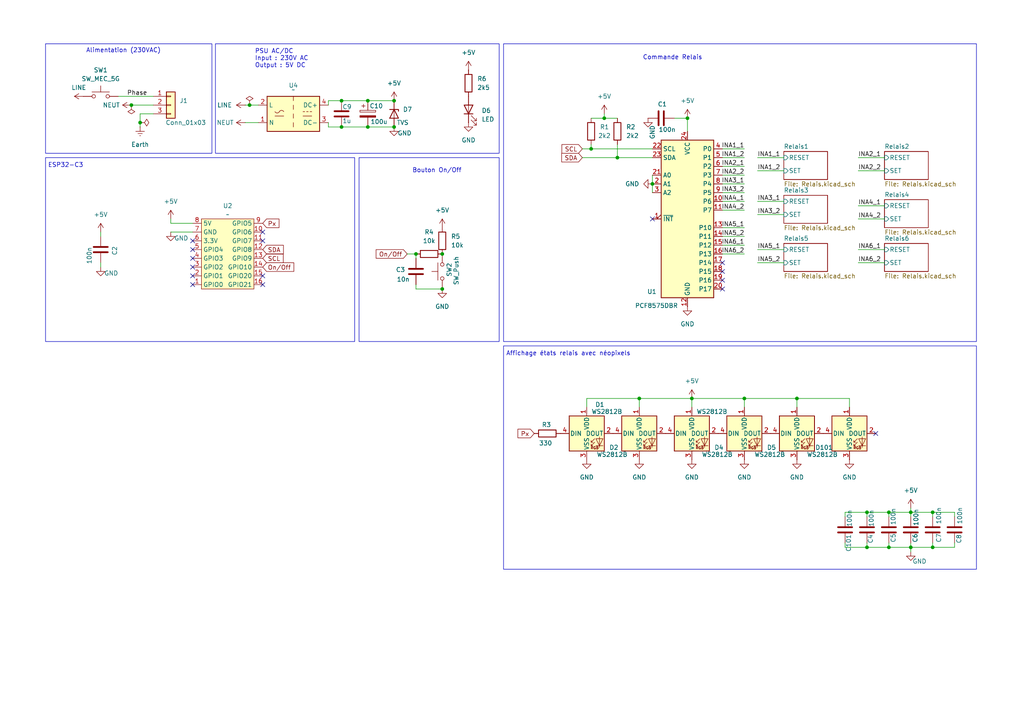
<source format=kicad_sch>
(kicad_sch (version 20250114) (generator "eeschema") (generator_version "9.0")
  (paper "A4")
  (title_block (title "PCB Rack ") (date "2025-06-02") (comment 1 "Capodagli Janus") (comment 2 "Version 1"))
  (lib_symbols
    (symbol "AC-DC-5V:U_1"
      (property "Reference" "U" (at 5.08 -1.905 0))
      (symbol "U_1_0_1"
        (rectangle (start -7.62 4.445) (end 7.62 -5.715) (stroke (width 0.254)) (fill (type background)))
        (polyline (pts (xy -5.334 -1.27) (xy -2.794 -1.27)))
        (arc (start -4.064 0) (mid -4.699 -0.3855) (end -5.334 0))
        (arc (start -4.064 0) (mid -3.429 0.3722) (end -2.794 0))
        (polyline (pts (xy 2.794 0) (xy 3.302 0)))
        (polyline (pts (xy 2.794 -1.27) (xy 5.334 -1.27)))
        (polyline (pts (xy 3.81 0) (xy 4.318 0)))
        (polyline (pts (xy 4.826 0) (xy 5.334 0)))
      )
      (symbol "U_1_1_1"
        (polyline (pts (xy 0 4.445) (xy 0 3.175)))
        (polyline (pts (xy 0 1.905) (xy 0 0.635)))
        (polyline (pts (xy 0 -0.635) (xy 0 -1.905)))
        (polyline (pts (xy 0 -3.175) (xy 0 -4.445)))
        (pin power_in line (at -10.16 1.905 0) (length 2.54) (name "L") (number "2"))
        (pin power_in line (at -10.16 -3.175 0) (length 2.54) (name "N") (number "1"))
        (pin power_out line (at 10.16 1.905 180) (length 2.54) (name "DC+") (number "4"))
        (pin power_out line (at 10.16 -3.175 180) (length 2.54) (name "DC-") (number "3"))
      )
    )
    (symbol "Connector_Generic:Conn_01x03" (pin_names (offset 1.016) (hide yes))
      (property "Reference" "J" (at 0 5.08 0))
      (property "Value" "Conn_01x03" (at 0 -5.08 0))
      (symbol "Conn_01x03_1_1"
        (rectangle (start -1.27 3.81) (end 1.27 -3.81) (stroke (width 0.254)) (fill (type background)))
        (rectangle (start -1.27 2.667) (end 0 2.413) (stroke (width 0.1524)))
        (rectangle (start -1.27 0.127) (end 0 -0.127) (stroke (width 0.1524)))
        (rectangle (start -1.27 -2.413) (end 0 -2.667) (stroke (width 0.1524)))
        (pin passive line (at -5.08 2.54 0) (length 3.81) (name "Pin_1") (number "1"))
        (pin passive line (at -5.08 0 0) (length 3.81) (name "Pin_2") (number "2"))
        (pin passive line (at -5.08 -2.54 0) (length 3.81) (name "Pin_3") (number "3"))
      )
    )
    (symbol "Device:C" (pin_numbers (hide yes)) (pin_names (offset 0.254))
      (property "Reference" "C" (at 0.635 2.54 0))
      (property "Value" "C" (at 0.635 -2.54 0))
      (symbol "C_0_1"
        (polyline (pts (xy -2.032 0.762) (xy 2.032 0.762)) (stroke (width 0.508)))
        (polyline (pts (xy -2.032 -0.762) (xy 2.032 -0.762)) (stroke (width 0.508)))
      )
      (symbol "C_1_1"
        (pin passive line (at 0 3.81 270) (length 2.794) (name "~") (number "1"))
        (pin passive line (at 0 -3.81 90) (length 2.794) (name "~") (number "2"))
      )
    )
    (symbol "Device:C_Polarized" (pin_numbers (hide yes)) (pin_names (offset 0.254))
      (property "Reference" "C" (at 0.635 2.54 0))
      (property "Value" "C_Polarized" (at 0.635 -2.54 0))
      (symbol "C_Polarized_0_1"
        (rectangle (start -2.286 0.508) (end 2.286 1.016))
        (polyline (pts (xy -1.778 2.286) (xy -0.762 2.286)))
        (polyline (pts (xy -1.27 2.794) (xy -1.27 1.778)))
        (rectangle (start 2.286 -0.508) (end -2.286 -1.016) (fill (type outline)))
      )
      (symbol "C_Polarized_1_1"
        (pin passive line (at 0 3.81 270) (length 2.794) (name "~") (number "1"))
        (pin passive line (at 0 -3.81 90) (length 2.794) (name "~") (number "2"))
      )
    )
    (symbol "Device:LED" (pin_numbers (hide yes)) (pin_names (offset 1.016) (hide yes))
      (property "Reference" "D" (at 0 2.54 0))
      (property "Value" "LED" (at 0 -2.54 0))
      (symbol "LED_0_1"
        (polyline (pts (xy -3.048 -0.762) (xy -4.572 -2.286) (xy -3.81 -2.286) (xy -4.572 -2.286) (xy -4.572 -1.524)))
        (polyline (pts (xy -1.778 -0.762) (xy -3.302 -2.286) (xy -2.54 -2.286) (xy -3.302 -2.286) (xy -3.302 -1.524)))
        (polyline (pts (xy -1.27 0) (xy 1.27 0)))
        (polyline (pts (xy -1.27 -1.27) (xy -1.27 1.27)) (stroke (width 0.254)))
        (polyline (pts (xy 1.27 -1.27) (xy 1.27 1.27) (xy -1.27 0) (xy 1.27 -1.27)) (stroke (width 0.254)))
      )
      (symbol "LED_1_1"
        (pin passive line (at -3.81 0 0) (length 2.54) (name "K") (number "1"))
        (pin passive line (at 3.81 0 180) (length 2.54) (name "A") (number "2"))
      )
    )
    (symbol "Device:R" (pin_numbers (hide yes)) (pin_names (offset 0))
      (property "Reference" "R" (at 2.032 0 90))
      (property "Value" "R" (at 0 0 90))
      (symbol "R_0_1"
        (rectangle (start -1.016 -2.54) (end 1.016 2.54) (stroke (width 0.254)))
      )
      (symbol "R_1_1"
        (pin passive line (at 0 3.81 270) (length 1.27) (name "~") (number "1"))
        (pin passive line (at 0 -3.81 90) (length 1.27) (name "~") (number "2"))
      )
    )
    (symbol "Diode:PTVS7V5Z1USK" (pin_numbers (hide yes)) (pin_names (hide yes))
      (property "Reference" "D" (at 0 2.54 0))
      (property "Value" "PTVS7V5Z1USK" (at 0 -2.54 0))
      (symbol "PTVS7V5Z1USK_0_1"
        (polyline (pts (xy -1.27 -1.27) (xy -1.27 1.27) (xy -0.762 1.27)) (stroke (width 0.254)))
        (polyline (pts (xy 1.27 0) (xy -1.27 0)))
        (polyline (pts (xy 1.27 -1.27) (xy 1.27 1.27) (xy -1.27 0) (xy 1.27 -1.27)) (stroke (width 0.254)))
      )
      (symbol "PTVS7V5Z1USK_1_1"
        (pin passive line (at -3.81 0 0) (length 2.54) (name "K") (number "1"))
        (pin passive line (at 3.81 0 180) (length 2.54) (name "A") (number "2"))
      )
    )
    (symbol "ESP32_C3_SuperMini:SuperMini_1"
      (property "Reference" "U" (at 0 0 0))
      (symbol "SuperMini_1_1_1"
        (rectangle (start -7.62 10.16) (end 7.62 -10.16) (fill (type background)))
        (pin input line (at -10.16 8.89 0) (length 2.54) (name "5V") (number "8"))
        (pin input line (at -10.16 6.35 0) (length 2.54) (name "GND") (number "7"))
        (pin input line (at -10.16 3.81 0) (length 2.54) (name "3.3V") (number "6"))
        (pin input line (at -10.16 1.27 0) (length 2.54) (name "GPIO4") (number "5"))
        (pin input line (at -10.16 -1.27 0) (length 2.54) (name "GPIO3") (number "4"))
        (pin input line (at -10.16 -3.81 0) (length 2.54) (name "GPIO2") (number "3"))
        (pin input line (at -10.16 -6.35 0) (length 2.54) (name "GPIO1") (number "2"))
        (pin input line (at -10.16 -8.89 0) (length 2.54) (name "GPIO0") (number "1"))
        (pin input line (at 10.16 8.89 180) (length 2.54) (name "GPIO5") (number "9"))
        (pin input line (at 10.16 6.35 180) (length 2.54) (name "GPIO6") (number "10"))
        (pin input line (at 10.16 3.81 180) (length 2.54) (name "GPIO7") (number "11"))
        (pin input line (at 10.16 1.27 180) (length 2.54) (name "GPIO8") (number "12"))
        (pin input line (at 10.16 -1.27 180) (length 2.54) (name "GPIO9") (number "13"))
        (pin input line (at 10.16 -3.81 180) (length 2.54) (name "GPIO10") (number "14"))
        (pin input line (at 10.16 -6.35 180) (length 2.54) (name "GPIO20") (number "15"))
        (pin input line (at 10.16 -8.89 180) (length 2.54) (name "GPIO21") (number "16"))
      )
    )
    (symbol "Interface_Expansion:PCF8575DBR"
      (property "Reference" "U" (at -6.35 24.13 0))
      (property "Value" "PCF8575DBR" (at 7.62 -24.13 0))
      (symbol "PCF8575DBR_0_1"
        (rectangle (start -7.62 22.86) (end 7.62 -22.86) (stroke (width 0.254)) (fill (type background)))
      )
      (symbol "PCF8575DBR_1_1"
        (pin input line (at -10.16 20.32 0) (length 2.54) (name "SCL") (number "22"))
        (pin bidirectional line (at -10.16 17.78 0) (length 2.54) (name "SDA") (number "23"))
        (pin input line (at -10.16 12.7 0) (length 2.54) (name "A0") (number "21"))
        (pin input line (at -10.16 10.16 0) (length 2.54) (name "A1") (number "2"))
        (pin input line (at -10.16 7.62 0) (length 2.54) (name "A2") (number "3"))
        (pin open_collector output_low (at -10.16 0 0) (length 2.54) (name "~{INT}") (number "1"))
        (pin power_in line (at 0 25.4 270) (length 2.54) (name "VCC") (number "24"))
        (pin power_in line (at 0 -25.4 90) (length 2.54) (name "GND") (number "12"))
        (pin bidirectional line (at 10.16 20.32 180) (length 2.54) (name "P0") (number "4"))
        (pin bidirectional line (at 10.16 17.78 180) (length 2.54) (name "P1") (number "5"))
        (pin bidirectional line (at 10.16 15.24 180) (length 2.54) (name "P2") (number "6"))
        (pin bidirectional line (at 10.16 12.7 180) (length 2.54) (name "P3") (number "7"))
        (pin bidirectional line (at 10.16 10.16 180) (length 2.54) (name "P4") (number "8"))
        (pin bidirectional line (at 10.16 7.62 180) (length 2.54) (name "P5") (number "9"))
        (pin bidirectional line (at 10.16 5.08 180) (length 2.54) (name "P6") (number "10"))
        (pin bidirectional line (at 10.16 2.54 180) (length 2.54) (name "P7") (number "11"))
        (pin bidirectional line (at 10.16 -2.54 180) (length 2.54) (name "P10") (number "13"))
        (pin bidirectional line (at 10.16 -5.08 180) (length 2.54) (name "P11") (number "14"))
        (pin bidirectional line (at 10.16 -7.62 180) (length 2.54) (name "P12") (number "15"))
        (pin bidirectional line (at 10.16 -10.16 180) (length 2.54) (name "P13") (number "16"))
        (pin bidirectional line (at 10.16 -12.7 180) (length 2.54) (name "P14") (number "17"))
        (pin bidirectional line (at 10.16 -15.24 180) (length 2.54) (name "P15") (number "18"))
        (pin bidirectional line (at 10.16 -17.78 180) (length 2.54) (name "P16") (number "19"))
        (pin bidirectional line (at 10.16 -20.32 180) (length 2.54) (name "P17") (number "20"))
      )
    )
    (symbol "LED:WS2812B" (pin_names (offset 0.254))
      (property "Reference" "D" (at 5.08 5.715 0))
      (property "Value" "WS2812B" (at 1.27 -5.715 0))
      (symbol "WS2812B_0_0"
        (text "RGB" (at 2.286 -4.191 0) (effects (font (size 0.762 0.762))))
      )
      (symbol "WS2812B_0_1"
        (polyline (pts (xy 1.27 -2.54) (xy 1.778 -2.54)))
        (polyline (pts (xy 1.27 -3.556) (xy 1.778 -3.556)))
        (polyline (pts (xy 2.286 -1.524) (xy 1.27 -2.54) (xy 1.27 -2.032)))
        (polyline (pts (xy 2.286 -2.54) (xy 1.27 -3.556) (xy 1.27 -3.048)))
        (polyline (pts (xy 3.683 -1.016) (xy 3.683 -3.556) (xy 3.683 -4.064)))
        (polyline (pts (xy 4.699 -1.524) (xy 2.667 -1.524) (xy 3.683 -3.556) (xy 4.699 -1.524)))
        (polyline (pts (xy 4.699 -3.556) (xy 2.667 -3.556)))
        (rectangle (start 5.08 5.08) (end -5.08 -5.08) (stroke (width 0.254)) (fill (type background)))
      )
      (symbol "WS2812B_1_1"
        (pin input line (at -7.62 0 0) (length 2.54) (name "DIN") (number "4"))
        (pin power_in line (at 0 7.62 270) (length 2.54) (name "VDD") (number "1"))
        (pin power_in line (at 0 -7.62 90) (length 2.54) (name "VSS") (number "3"))
        (pin output line (at 7.62 0 180) (length 2.54) (name "DOUT") (number "2"))
      )
    )
    (symbol "Switch:SW_MEC_5G" (pin_numbers (hide yes)) (pin_names (offset 1.016) (hide yes))
      (property "Reference" "SW" (at 1.27 2.54 0))
      (property "Value" "SW_MEC_5G" (at 0 -1.524 0))
      (symbol "SW_MEC_5G_0_1"
        (circle (center -2.032 0) (radius 0.508))
        (polyline (pts (xy 0 1.27) (xy 0 3.048)))
        (circle (center 2.032 0) (radius 0.508))
        (polyline (pts (xy 2.54 1.27) (xy -2.54 1.27)))
        (pin passive line (at -5.08 0 0) (length 2.54) (name "A") (number "1"))
        (pin passive line (at 5.08 0 180) (length 2.54) (name "B") (number "3"))
      )
      (symbol "SW_MEC_5G_1_1"
        (pin passive line (at -5.08 0 0) (length 2.54) (hide yes) (name "A") (number "2"))
        (pin passive line (at 5.08 0 180) (length 2.54) (hide yes) (name "B") (number "4"))
      )
    )
    (symbol "Switch:SW_Push" (pin_numbers (hide yes)) (pin_names (offset 1.016) (hide yes))
      (property "Reference" "SW" (at 1.27 2.54 0))
      (property "Value" "SW_Push" (at 0 -1.524 0))
      (symbol "SW_Push_0_1"
        (circle (center -2.032 0) (radius 0.508))
        (polyline (pts (xy 0 1.27) (xy 0 3.048)))
        (circle (center 2.032 0) (radius 0.508))
        (polyline (pts (xy 2.54 1.27) (xy -2.54 1.27)))
        (pin passive line (at -5.08 0 0) (length 2.54) (name "1") (number "1"))
        (pin passive line (at 5.08 0 180) (length 2.54) (name "2") (number "2"))
      )
    )
    (symbol "power:+5V" (power) (pin_numbers (hide yes)) (pin_names (offset 0) (hide yes))
      (property "Value" "+5V" (at 0 3.556 0))
      (symbol "+5V_0_1"
        (polyline (pts (xy -0.762 1.27) (xy 0 2.54)))
        (polyline (pts (xy 0 2.54) (xy 0.762 1.27)))
        (polyline (pts (xy 0 0) (xy 0 2.54)))
      )
      (symbol "+5V_1_1"
        (pin power_in line (at 0 0 90) (length 0) (name "~") (number "1"))
      )
    )
    (symbol "power:Earth" (power) (pin_numbers (hide yes)) (pin_names (offset 0) (hide yes))
      (property "Value" "Earth" (at 0 -3.81 0))
      (symbol "Earth_0_1"
        (polyline (pts (xy -0.635 -1.905) (xy 0.635 -1.905)))
        (polyline (pts (xy -0.127 -2.54) (xy 0.127 -2.54)))
        (polyline (pts (xy 0 -1.27) (xy 0 0)))
        (polyline (pts (xy 1.27 -1.27) (xy -1.27 -1.27)))
      )
      (symbol "Earth_1_1"
        (pin power_in line (at 0 0 270) (length 0) (name "~") (number "1"))
      )
    )
    (symbol "power:GND" (power) (pin_numbers (hide yes)) (pin_names (offset 0) (hide yes))
      (property "Value" "GND" (at 0 -3.81 0))
      (symbol "GND_0_1"
        (polyline (pts (xy 0 0) (xy 0 -1.27) (xy 1.27 -1.27) (xy 0 -2.54) (xy -1.27 -1.27) (xy 0 -1.27)))
      )
      (symbol "GND_1_1"
        (pin power_in line (at 0 0 270) (length 0) (name "~") (number "1"))
      )
    )
    (symbol "power:LINE" (power) (pin_numbers (hide yes)) (pin_names (offset 0) (hide yes))
      (property "Value" "LINE" (at 0 3.556 0))
      (symbol "LINE_0_1"
        (polyline (pts (xy -0.762 1.27) (xy 0 2.54)))
        (polyline (pts (xy 0 2.54) (xy 0.762 1.27)))
        (polyline (pts (xy 0 0) (xy 0 2.54)))
      )
      (symbol "LINE_1_1"
        (pin power_in line (at 0 0 90) (length 0) (name "~") (number "1"))
      )
    )
    (symbol "power:NEUT" (power) (pin_numbers (hide yes)) (pin_names (offset 0) (hide yes))
      (property "Value" "NEUT" (at 0 3.556 0))
      (symbol "NEUT_0_1"
        (polyline (pts (xy -0.762 1.27) (xy 0 2.54)))
        (polyline (pts (xy 0 2.54) (xy 0.762 1.27)))
        (polyline (pts (xy 0 0) (xy 0 2.54)))
      )
      (symbol "NEUT_1_1"
        (pin power_in line (at 0 0 90) (length 0) (name "~") (number "1"))
      )
    )
    (symbol "power:PWR_FLAG" (power) (pin_numbers (hide yes)) (pin_names (offset 0) (hide yes))
      (property "Value" "PWR_FLAG" (at 0 3.81 0))
      (symbol "PWR_FLAG_0_0"
        (pin power_out line (at 0 0 90) (length 0) (name "~") (number "1"))
      )
      (symbol "PWR_FLAG_0_1"
        (polyline (pts (xy 0 0) (xy 0 1.27) (xy -1.016 1.905) (xy 0 2.54) (xy 1.016 1.905) (xy 0 1.27)))
      )
    )
  )
  (rectangle (start 13.208 12.7) (end 61.468 44.45))
  (rectangle (start 146.05 12.7) (end 283.21 99.06))
  (rectangle (start 62.484 12.7) (end 144.78 44.45))
  (rectangle (start 104.14 45.72) (end 144.78 99.06))
  (rectangle (start 146.05 100.33) (end 283.21 165.1))
  (rectangle (start 13.208 45.72) (end 102.87 99.06))
  (text "Alimentation (230VAC)\n" (at 35.814 14.732 0) (effects (font (size 1.27 1.27))))
  (text "ESP32-C3" (at 19.05 48.006 0) (effects (font (size 1.27 1.27))))
  (text "Bouton On/Off" (at 126.746 49.53 0) (effects (font (size 1.27 1.27))))
  (text "Commande Relais\n" (at 195.072 16.764 0) (effects (font (size 1.27 1.27))))
  (text "PSU AC/DC \nInput : 230V AC\nOutput : 5V DC" (at 73.914 17.018 0) (effects (font (size 1.27 1.27)) (justify left)))
  (text "Affichage états relais avec néopixels\n" (at 164.846 102.616 0) (effects (font (size 1.27 1.27))))
  (junction (at 120.65 73.66))
  (junction (at 128.27 83.82))
  (junction (at 251.46 148.59))
  (junction (at 215.9 115.57))
  (junction (at 40.64 35.56))
  (junction (at 251.46 158.75))
  (junction (at 175.26 34.29))
  (junction (at 264.16 148.59))
  (junction (at 171.45 43.18))
  (junction (at 264.16 158.75))
  (junction (at 270.51 148.59))
  (junction (at 38.1 30.48))
  (junction (at 106.68 29.21))
  (junction (at 114.3 36.83))
  (junction (at 106.68 36.83))
  (junction (at 72.39 30.48))
  (junction (at 231.14 115.57))
  (junction (at 185.42 115.57))
  (junction (at 99.06 36.83))
  (junction (at 99.06 29.21))
  (junction (at 179.07 45.72))
  (junction (at 257.81 158.75))
  (junction (at 189.23 53.34))
  (junction (at 128.27 73.66))
  (junction (at 200.66 115.57))
  (junction (at 257.81 148.59))
  (junction (at 270.51 158.75))
  (junction (at 114.3 29.21))
  (junction (at 199.39 34.29))
  (no_connect (at 189.23 63.5))
  (no_connect (at 55.88 74.93))
  (no_connect (at 209.55 83.82))
  (no_connect (at 55.88 69.85))
  (no_connect (at 209.55 76.2))
  (no_connect (at 254 125.73))
  (no_connect (at 76.2 82.55))
  (no_connect (at 76.2 80.01))
  (no_connect (at 76.2 69.85))
  (no_connect (at 55.88 82.55))
  (no_connect (at 209.55 81.28))
  (no_connect (at 55.88 77.47))
  (no_connect (at 209.55 78.74))
  (no_connect (at 55.88 72.39))
  (no_connect (at 55.88 80.01))
  (no_connect (at 76.2 67.31))
  (wire (pts (xy 215.9 53.34) (xy 209.55 53.34)))
  (wire (pts (xy 264.16 158.75) (xy 264.16 157.48)))
  (wire (pts (xy 71.12 30.48) (xy 72.39 30.48)))
  (wire (pts (xy 185.42 115.57) (xy 170.18 115.57)))
  (wire (pts (xy 215.9 60.96) (xy 209.55 60.96)))
  (wire (pts (xy 248.92 59.69) (xy 256.54 59.69)))
  (wire (pts (xy 248.92 45.72) (xy 256.54 45.72)))
  (wire (pts (xy 120.65 83.82) (xy 128.27 83.82)))
  (wire (pts (xy 74.93 35.56) (xy 71.12 35.56)))
  (wire (pts (xy 215.9 115.57) (xy 231.14 115.57)))
  (wire (pts (xy 168.91 43.18) (xy 171.45 43.18)))
  (wire (pts (xy 175.26 34.29) (xy 179.07 34.29)))
  (wire (pts (xy 248.92 72.39) (xy 256.54 72.39)))
  (wire (pts (xy 246.38 118.11) (xy 246.38 115.57)))
  (wire (pts (xy 168.91 45.72) (xy 179.07 45.72)))
  (wire (pts (xy 245.11 149.86) (xy 245.11 148.59)))
  (wire (pts (xy 215.9 50.8) (xy 209.55 50.8)))
  (wire (pts (xy 215.9 71.12) (xy 209.55 71.12)))
  (wire (pts (xy 270.51 157.48) (xy 270.51 158.75)))
  (wire (pts (xy 99.06 29.21) (xy 95.25 29.21)))
  (wire (pts (xy 257.81 148.59) (xy 264.16 148.59)))
  (wire (pts (xy 179.07 41.91) (xy 179.07 45.72)))
  (wire (pts (xy 276.86 158.75) (xy 276.86 157.48)))
  (wire (pts (xy 185.42 115.57) (xy 185.42 118.11)))
  (wire (pts (xy 264.16 147.32) (xy 264.16 148.59)))
  (wire (pts (xy 171.45 43.18) (xy 189.23 43.18)))
  (wire (pts (xy 245.11 158.75) (xy 251.46 158.75)))
  (wire (pts (xy 264.16 158.75) (xy 270.51 158.75)))
  (wire (pts (xy 231.14 118.11) (xy 231.14 115.57)))
  (wire (pts (xy 44.45 33.02) (xy 40.64 33.02)))
  (wire (pts (xy 40.64 35.56) (xy 40.64 36.83)))
  (wire (pts (xy 171.45 34.29) (xy 175.26 34.29)))
  (wire (pts (xy 264.16 158.75) (xy 264.16 160.02)))
  (wire (pts (xy 29.21 76.2) (xy 29.21 77.47)))
  (wire (pts (xy 120.65 74.93) (xy 120.65 73.66)))
  (wire (pts (xy 49.53 63.5) (xy 49.53 64.77)))
  (wire (pts (xy 215.9 58.42) (xy 209.55 58.42)))
  (wire (pts (xy 215.9 55.88) (xy 209.55 55.88)))
  (wire (pts (xy 95.25 36.83) (xy 99.06 36.83)))
  (wire (pts (xy 38.1 30.48) (xy 44.45 30.48)))
  (wire (pts (xy 120.65 82.55) (xy 120.65 83.82)))
  (wire (pts (xy 231.14 115.57) (xy 246.38 115.57)))
  (wire (pts (xy 251.46 148.59) (xy 257.81 148.59)))
  (wire (pts (xy 270.51 148.59) (xy 276.86 148.59)))
  (wire (pts (xy 34.29 27.94) (xy 44.45 27.94)))
  (wire (pts (xy 200.66 118.11) (xy 200.66 115.57)))
  (wire (pts (xy 270.51 158.75) (xy 276.86 158.75)))
  (wire (pts (xy 49.53 64.77) (xy 55.88 64.77)))
  (wire (pts (xy 215.9 73.66) (xy 209.55 73.66)))
  (wire (pts (xy 257.81 157.48) (xy 257.81 158.75)))
  (wire (pts (xy 264.16 148.59) (xy 270.51 148.59)))
  (wire (pts (xy 106.68 36.83) (xy 114.3 36.83)))
  (wire (pts (xy 270.51 148.59) (xy 270.51 149.86)))
  (wire (pts (xy 171.45 41.91) (xy 171.45 43.18)))
  (wire (pts (xy 276.86 148.59) (xy 276.86 149.86)))
  (wire (pts (xy 219.71 76.2) (xy 227.33 76.2)))
  (wire (pts (xy 189.23 53.34) (xy 189.23 55.88)))
  (wire (pts (xy 95.25 35.56) (xy 95.25 36.83)))
  (wire (pts (xy 245.11 157.48) (xy 245.11 158.75)))
  (wire (pts (xy 245.11 148.59) (xy 251.46 148.59)))
  (wire (pts (xy 215.9 68.58) (xy 209.55 68.58)))
  (wire (pts (xy 251.46 148.59) (xy 251.46 149.86)))
  (wire (pts (xy 215.9 66.04) (xy 209.55 66.04)))
  (wire (pts (xy 248.92 49.53) (xy 256.54 49.53)))
  (wire (pts (xy 175.26 33.02) (xy 175.26 34.29)))
  (wire (pts (xy 215.9 48.26) (xy 209.55 48.26)))
  (wire (pts (xy 95.25 30.48) (xy 95.25 29.21)))
  (wire (pts (xy 72.39 30.48) (xy 74.93 30.48)))
  (wire (pts (xy 251.46 158.75) (xy 251.46 157.48)))
  (wire (pts (xy 219.71 72.39) (xy 227.33 72.39)))
  (wire (pts (xy 49.53 67.31) (xy 55.88 67.31)))
  (wire (pts (xy 99.06 36.83) (xy 106.68 36.83)))
  (wire (pts (xy 219.71 62.23) (xy 227.33 62.23)))
  (wire (pts (xy 219.71 45.72) (xy 227.33 45.72)))
  (wire (pts (xy 189.23 50.8) (xy 189.23 53.34)))
  (wire (pts (xy 179.07 45.72) (xy 189.23 45.72)))
  (wire (pts (xy 264.16 148.59) (xy 264.16 149.86)))
  (wire (pts (xy 200.66 115.57) (xy 215.9 115.57)))
  (wire (pts (xy 248.92 63.5) (xy 256.54 63.5)))
  (wire (pts (xy 170.18 115.57) (xy 170.18 118.11)))
  (wire (pts (xy 40.64 33.02) (xy 40.64 35.56)))
  (wire (pts (xy 199.39 34.29) (xy 195.58 34.29)))
  (wire (pts (xy 199.39 38.1) (xy 199.39 34.29)))
  (wire (pts (xy 251.46 158.75) (xy 257.81 158.75)))
  (wire (pts (xy 257.81 158.75) (xy 264.16 158.75)))
  (wire (pts (xy 215.9 43.18) (xy 209.55 43.18)))
  (wire (pts (xy 248.92 76.2) (xy 256.54 76.2)))
  (wire (pts (xy 219.71 58.42) (xy 227.33 58.42)))
  (wire (pts (xy 257.81 148.59) (xy 257.81 149.86)))
  (wire (pts (xy 185.42 115.57) (xy 200.66 115.57)))
  (wire (pts (xy 99.06 29.21) (xy 106.68 29.21)))
  (wire (pts (xy 106.68 29.21) (xy 114.3 29.21)))
  (wire (pts (xy 219.71 49.53) (xy 227.33 49.53)))
  (wire (pts (xy 215.9 45.72) (xy 209.55 45.72)))
  (wire (pts (xy 118.11 73.66) (xy 120.65 73.66)))
  (wire (pts (xy 215.9 115.57) (xy 215.9 118.11)))
  (wire (pts (xy 29.21 67.31) (xy 29.21 68.58)))
  (label "INA6_2" (at 215.9 73.66 180))
  (label "INA1_2" (at 219.71 49.53 0))
  (label "INA2_1" (at 215.9 48.26 180))
  (label "INA5_1" (at 219.71 72.39 0))
  (label "INA2_2" (at 248.92 49.53 0))
  (label "INA1_1" (at 215.9 43.18 180))
  (label "INA5_2" (at 215.9 68.58 180))
  (label "INA5_2" (at 219.71 76.2 0))
  (label "INA3_2" (at 215.9 55.88 180))
  (label "INA4_2" (at 215.9 60.96 180))
  (label "INA4_1" (at 215.9 58.42 180))
  (label "INA3_2" (at 219.71 62.23 0))
  (label "INA3_1" (at 219.71 58.42 0))
  (label "INA3_1" (at 215.9 53.34 180))
  (label "INA1_2" (at 215.9 45.72 180))
  (label "INA1_1" (at 219.71 45.72 0))
  (label "INA4_1" (at 248.92 59.69 0))
  (label "INA5_1" (at 215.9 66.04 180))
  (label "INA6_1" (at 248.92 72.39 0))
  (label "INA6_2" (at 248.92 76.2 0))
  (label "INA6_1" (at 215.9 71.12 180))
  (label "INA4_2" (at 248.92 63.5 0))
  (label "INA2_1" (at 248.92 45.72 0))
  (label "INA2_2" (at 215.9 50.8 180))
  (label "Phase" (at 36.83 27.94 0))
  (global_label "SCL" (shape input) (at 168.91 43.18 180) (property "Intersheetrefs" "${INTERSHEET_REFS}" (effects (hide yes))))
  (global_label "On{slash}Off" (shape input) (at 118.11 73.66 180) (property "Intersheetrefs" "${INTERSHEET_REFS}" (effects (hide yes))))
  (global_label "Px" (shape input) (at 76.2 64.77 0) (property "Intersheetrefs" "${INTERSHEET_REFS}" (effects (hide yes))))
  (global_label "SDA" (shape input) (at 168.91 45.72 180) (property "Intersheetrefs" "${INTERSHEET_REFS}" (effects (hide yes))))
  (global_label "Px" (shape input) (at 154.94 125.73 180) (property "Intersheetrefs" "${INTERSHEET_REFS}" (effects (hide yes))))
  (global_label "SCL" (shape input) (at 76.2 74.93 0) (property "Intersheetrefs" "${INTERSHEET_REFS}" (effects (hide yes))))
  (global_label "On{slash}Off" (shape input) (at 76.2 77.47 0) (property "Intersheetrefs" "${INTERSHEET_REFS}" (effects (hide yes))))
  (global_label "SDA" (shape input) (at 76.2 72.39 0) (property "Intersheetrefs" "${INTERSHEET_REFS}" (effects (hide yes))))
  (symbol (lib_id "Device:R") (at 128.27 69.85 0) (unit 1)
    (property "Reference" "R5" (at 130.81 68.5799 0) (effects (justify left)))
    (property "Value" "10k" (at 130.81 71.1199 0) (effects (justify left)))
    (property "Footprint" "Resistor_SMD:R_0603_1608Metric_Pad0.98x0.95mm_HandSolder" (effects (hide yes)))
    (property "Description" "Resistor" (effects (hide yes)))
  )
  (symbol (lib_id "Device:C") (at 120.65 78.74 0) (unit 1)
    (property "Reference" "C3" (at 114.808 78.232 0) (effects (justify left)))
    (property "Value" "10n" (at 115.062 81.026 0) (effects (justify left)))
    (property "Footprint" "Capacitor_SMD:C_0603_1608Metric_Pad1.08x0.95mm_HandSolder" (effects (hide yes)))
    (property "Description" "Unpolarized capacitor" (effects (hide yes)))
  )
  (symbol (lib_id "Device:R") (at 158.75 125.73 90) (unit 1)
    (property "Reference" "R3" (at 158.496 123.19 90))
    (property "Value" "330" (at 158.242 128.524 90))
    (property "Footprint" "Resistor_SMD:R_0603_1608Metric_Pad0.98x0.95mm_HandSolder" (effects (hide yes)))
    (property "Description" "Resistor" (effects (hide yes)))
  )
  (symbol (lib_id "ESP32_C3_SuperMini:SuperMini_1") (at 66.04 73.66 0) (unit 1)
    (property "Reference" "U2" (at 66.04 59.69 0))
    (property "Value" "~" (at 66.04 62.23 0))
    (property "Footprint" "ESP32_C3_SuperMini:C3_SuperMini" (effects (hide yes)))
    (property "Datasheet" "https://www.sudo.is/docs/esphome/boards/esp32c3supermini/" (effects (hide yes)))
    (property "MPN" "ESP-C3 SuperMini" (effects (hide yes)))
  )
  (symbol (lib_id "power:+5V") (at 49.53 63.5 0) (unit 1)
    (property "Reference" "#PWR0106" (effects (hide yes)))
    (property "Value" "+5V" (at 49.53 58.42 0))
    (property "Description" "Power symbol creates a global label with name \"+5V\"" (effects (hide yes)))
  )
  (symbol (lib_id "power:+5V") (at 135.89 20.32 0) (unit 1)
    (property "Reference" "#PWR020" (effects (hide yes)))
    (property "Value" "+5V" (at 135.89 15.24 0))
    (property "Description" "Power symbol creates a global label with name \"+5V\"" (effects (hide yes)))
  )
  (symbol (lib_id "power:GND") (at 135.89 35.56 0) (unit 1)
    (property "Reference" "#PWR021" (effects (hide yes)))
    (property "Value" "GND" (at 135.89 40.64 0))
    (property "Description" "Power symbol creates a global label with name \"GND\" , ground" (effects (hide yes)))
  )
  (symbol (lib_id "Connector_Generic:Conn_01x03") (at 49.53 30.48 0) (unit 1)
    (property "Reference" "J1" (at 52.07 29.2099 0) (effects (justify left)))
    (property "Value" "Conn_01x03" (at 48.006 35.56 0) (effects (justify left)))
    (property "Footprint" "Conn_Alim:Conn_Secteur" (effects (hide yes)))
    (property "Description" "Generic connector, single row, 01x03, script generated (kicad-library-utils/schlib/autogen/connector/)" (effects (hide yes)))
  )
  (symbol (lib_id "Switch:SW_Push") (at 128.27 78.74 90) (unit 1)
    (property "Reference" "SW2" (at 130.302 78.232 0))
    (property "Value" "SW_Push" (at 132.334 78.486 0))
    (property "Footprint" "Switch:Wurth_2pin_P5.0mm" (effects (hide yes)))
    (property "Description" "Push button switch, generic, two pins" (effects (hide yes)))
  )
  (symbol (lib_id "Device:C") (at 276.86 153.67 0) (unit 1)
    (property "Reference" "C8" (at 278.13 154.94 90) (effects (justify right)))
    (property "Value" "100n" (at 278.384 147.066 90) (effects (justify right)))
    (property "Footprint" "Capacitor_SMD:C_0603_1608Metric_Pad1.08x0.95mm_HandSolder" (effects (hide yes)))
    (property "Description" "Unpolarized capacitor" (effects (hide yes)))
  )
  (symbol (lib_id "power:GND") (at 187.96 34.29 0) (unit 1)
    (property "Reference" "#PWR05" (effects (hide yes)))
    (property "Value" "GND" (at 189.23 38.354 90))
    (property "Description" "Power symbol creates a global label with name \"GND\" , ground" (effects (hide yes)))
  )
  (symbol (lib_id "Device:C") (at 245.11 153.67 0) (unit 1)
    (property "Reference" "C101" (at 246.126 154.94 90) (effects (justify right)))
    (property "Value" "100n" (at 246.38 147.828 90) (effects (justify right)))
    (property "Footprint" "Capacitor_SMD:C_0603_1608Metric_Pad1.08x0.95mm_HandSolder" (effects (hide yes)))
    (property "Description" "Unpolarized capacitor" (effects (hide yes)))
  )
  (symbol (lib_id "power:+5V") (at 175.26 33.02 0) (unit 1)
    (property "Reference" "#PWR02" (effects (hide yes)))
    (property "Value" "+5V" (at 175.26 27.94 0))
    (property "Description" "Power symbol creates a global label with name \"+5V\"" (effects (hide yes)))
  )
  (symbol (lib_id "LED:WS2812B") (at 215.9 125.73 0) (unit 1)
    (property "Reference" "D4" (at 208.534 129.794 0))
    (property "Value" "WS2812B" (at 208.026 131.826 0))
    (property "Footprint" "LED_SMD:LED_WS2812B_PLCC4_5.0x5.0mm_P3.2mm" (effects (hide yes)))
    (property "Datasheet" "https://cdn-shop.adafruit.com/datasheets/WS2812B.pdf" (effects (hide yes)))
    (property "Description" "RGB LED with integrated controller" (effects (hide yes)))
  )
  (symbol (lib_id "power:GND") (at 200.66 133.35 0) (unit 1)
    (property "Reference" "#PWR014" (effects (hide yes)))
    (property "Value" "GND" (at 200.66 138.43 0))
    (property "Description" "Power symbol creates a global label with name \"GND\" , ground" (effects (hide yes)))
  )
  (symbol (lib_id "Device:R") (at 171.45 38.1 0) (unit 1)
    (property "Reference" "R1" (at 173.99 36.8299 0) (effects (justify left)))
    (property "Value" "2k2" (at 173.482 39.37 0) (effects (justify left)))
    (property "Footprint" "Resistor_SMD:R_0603_1608Metric_Pad0.98x0.95mm_HandSolder" (effects (hide yes)))
    (property "Description" "Resistor" (effects (hide yes)))
  )
  (symbol (lib_id "power:PWR_FLAG") (at 40.64 35.56 270) (unit 1)
    (property "Reference" "#FLG03" (effects (hide yes)))
    (property "Value" "PWR_FLAG" (effects (hide yes)))
    (property "Description" "Special symbol for telling ERC where power comes from" (effects (hide yes)))
  )
  (symbol (lib_id "power:GND") (at 264.16 160.02 0) (unit 1)
    (property "Reference" "#PWR019" (effects (hide yes)))
    (property "Value" "GND" (at 266.7 162.814 0))
    (property "Description" "Power symbol creates a global label with name \"GND\" , ground" (effects (hide yes)))
  )
  (symbol (lib_id "LED:WS2812B") (at 200.66 125.73 0) (unit 1)
    (property "Reference" "D3" (effects (hide yes)))
    (property "Value" "WS2812B" (at 206.502 119.38 0))
    (property "Footprint" "LED_SMD:LED_WS2812B_PLCC4_5.0x5.0mm_P3.2mm" (effects (hide yes)))
    (property "Datasheet" "https://cdn-shop.adafruit.com/datasheets/WS2812B.pdf" (effects (hide yes)))
    (property "Description" "RGB LED with integrated controller" (effects (hide yes)))
  )
  (symbol (lib_id "power:LINE") (at 71.12 30.48 90) (unit 1)
    (property "Reference" "#PWR025" (effects (hide yes)))
    (property "Value" "LINE" (at 67.31 30.4799 90) (effects (justify left)))
    (property "Description" "Power symbol creates a global label with name \"LINE\"" (effects (hide yes)))
  )
  (symbol (lib_id "power:GND") (at 29.21 77.47 0) (unit 1)
    (property "Reference" "#PWR0105" (effects (hide yes)))
    (property "Value" "GND" (at 32.258 79.248 0))
    (property "Description" "Power symbol creates a global label with name \"GND\" , ground" (effects (hide yes)))
  )
  (symbol (lib_id "Device:C") (at 29.21 72.39 0) (unit 1)
    (property "Reference" "C2" (at 33.274 71.374 90) (effects (justify right)))
    (property "Value" "100n" (at 25.908 71.628 90) (effects (justify right)))
    (property "Footprint" "Capacitor_SMD:C_0603_1608Metric_Pad1.08x0.95mm_HandSolder" (effects (hide yes)))
    (property "Description" "Unpolarized capacitor" (effects (hide yes)))
  )
  (symbol (lib_id "power:GND") (at 215.9 133.35 0) (unit 1)
    (property "Reference" "#PWR015" (effects (hide yes)))
    (property "Value" "GND" (at 215.9 138.43 0))
    (property "Description" "Power symbol creates a global label with name \"GND\" , ground" (effects (hide yes)))
  )
  (symbol (lib_id "power:GND") (at 189.23 53.34 270) (unit 1)
    (property "Reference" "#PWR06" (effects (hide yes)))
    (property "Value" "GND" (at 185.42 53.3399 90) (effects (justify right)))
    (property "Description" "Power symbol creates a global label with name \"GND\" , ground" (effects (hide yes)))
  )
  (symbol (lib_id "Device:C") (at 270.51 153.67 0) (unit 1)
    (property "Reference" "C7" (at 272.288 154.686 90) (effects (justify right)))
    (property "Value" "100n" (at 272.288 147.066 90) (effects (justify right)))
    (property "Footprint" "Capacitor_SMD:C_0603_1608Metric_Pad1.08x0.95mm_HandSolder" (effects (hide yes)))
    (property "Description" "Unpolarized capacitor" (effects (hide yes)))
  )
  (symbol (lib_id "power:GND") (at 128.27 83.82 0) (unit 1)
    (property "Reference" "#PWR017" (effects (hide yes)))
    (property "Value" "GND" (at 128.27 88.9 0))
    (property "Description" "Power symbol creates a global label with name \"GND\" , ground" (effects (hide yes)))
  )
  (symbol (lib_id "power:NEUT") (at 71.12 35.56 90) (unit 1)
    (property "Reference" "#PWR04" (effects (hide yes)))
    (property "Value" "NEUT" (at 67.818 35.56 90) (effects (justify left)))
    (property "Description" "Power symbol creates a global label with name \"NEUT\"" (effects (hide yes)))
  )
  (symbol (lib_id "power:GND") (at 199.39 88.9 0) (unit 1)
    (property "Reference" "#PWR08" (effects (hide yes)))
    (property "Value" "GND" (at 199.39 93.98 0))
    (property "Description" "Power symbol creates a global label with name \"GND\" , ground" (effects (hide yes)))
  )
  (symbol (lib_id "LED:WS2812B") (at 170.18 125.73 0) (unit 1)
    (property "Reference" "D1" (at 173.99 117.348 0))
    (property "Value" "WS2812B" (at 176.022 119.38 0))
    (property "Footprint" "LED_SMD:LED_WS2812B_PLCC4_5.0x5.0mm_P3.2mm" (effects (hide yes)))
    (property "Datasheet" "https://cdn-shop.adafruit.com/datasheets/WS2812B.pdf" (effects (hide yes)))
    (property "Description" "RGB LED with integrated controller" (effects (hide yes)))
  )
  (symbol (lib_id "Device:C") (at 99.06 33.02 0) (unit 1)
    (property "Reference" "C9" (at 99.314 30.988 0) (effects (justify left)))
    (property "Value" "1u" (at 99.314 35.052 0) (effects (justify left)))
    (property "Footprint" "Capacitor_SMD:C_0201_0603Metric_Pad0.64x0.40mm_HandSolder" (effects (hide yes)))
    (property "Description" "Unpolarized capacitor" (effects (hide yes)))
    (property "MPN" "885012206076" (effects (hide yes)))
  )
  (symbol (lib_id "Device:C") (at 191.77 34.29 90) (unit 1)
    (property "Reference" "C1" (at 190.754 30.226 90) (effects (justify right)))
    (property "Value" "100n" (at 191.008 37.592 90) (effects (justify right)))
    (property "Footprint" "Capacitor_SMD:C_0603_1608Metric_Pad1.08x0.95mm_HandSolder" (effects (hide yes)))
    (property "Description" "Unpolarized capacitor" (effects (hide yes)))
  )
  (symbol (lib_id "power:PWR_FLAG") (at 38.1 30.48 180) (unit 1)
    (property "Reference" "#FLG02" (effects (hide yes)))
    (property "Value" "PWR_FLAG" (effects (hide yes)))
    (property "Description" "Special symbol for telling ERC where power comes from" (effects (hide yes)))
  )
  (symbol (lib_id "Device:C") (at 257.81 153.67 0) (unit 1)
    (property "Reference" "C5" (at 259.08 154.686 90) (effects (justify right)))
    (property "Value" "100n" (at 259.08 147.32 90) (effects (justify right)))
    (property "Footprint" "Capacitor_SMD:C_0603_1608Metric_Pad1.08x0.95mm_HandSolder" (effects (hide yes)))
    (property "Description" "Unpolarized capacitor" (effects (hide yes)))
  )
  (symbol (lib_id "Device:LED") (at 135.89 31.75 90) (unit 1)
    (property "Reference" "D6" (at 139.7 32.0674 90) (effects (justify right)))
    (property "Value" "LED" (at 139.7 34.6074 90) (effects (justify right)))
    (property "Footprint" "LED_SMD:LED_0603_1608Metric_Pad1.05x0.95mm_HandSolder" (effects (hide yes)))
    (property "Description" "Light emitting diode" (effects (hide yes)))
    (property "Sim.Pins" "1=K 2=A" (effects (hide yes)))
    (property "MPN" "150060GS55040" (effects (hide yes)))
  )
  (symbol (lib_id "Switch:SW_MEC_5G") (at 29.21 27.94 0) (unit 1)
    (property "Reference" "SW1" (at 29.21 20.32 0))
    (property "Value" "SW_MEC_5G" (at 29.21 22.86 0))
    (property "Footprint" "Switch:Wurth_2pin_P5.0mm" (effects (hide yes)))
    (property "Datasheet" "http://www.apem.com/int/index.php?controller=attachment&id_attachment=488" (effects (hide yes)))
    (property "Description" "MEC 5G single pole normally-open tactile switch" (effects (hide yes)))
  )
  (symbol (lib_id "LED:WS2812B") (at 231.14 125.73 0) (unit 1)
    (property "Reference" "D5" (at 223.774 129.794 0))
    (property "Value" "WS2812B" (at 223.266 131.826 0))
    (property "Footprint" "LED_SMD:LED_WS2812B_PLCC4_5.0x5.0mm_P3.2mm" (effects (hide yes)))
    (property "Datasheet" "https://cdn-shop.adafruit.com/datasheets/WS2812B.pdf" (effects (hide yes)))
    (property "Description" "RGB LED with integrated controller" (effects (hide yes)))
  )
  (symbol (lib_id "power:Earth") (at 40.64 36.83 0) (unit 1)
    (property "Reference" "#PWR0101" (effects (hide yes)))
    (property "Value" "Earth" (at 40.64 41.91 0))
    (property "Description" "Power symbol creates a global label with name \"Earth\"" (effects (hide yes)))
  )
  (symbol (lib_id "power:NEUT") (at 38.1 30.48 90) (unit 1)
    (property "Reference" "#PWR03" (effects (hide yes)))
    (property "Value" "NEUT" (at 34.798 30.48 90) (effects (justify left)))
    (property "Description" "Power symbol creates a global label with name \"NEUT\"" (effects (hide yes)))
  )
  (symbol (lib_id "Device:R") (at 124.46 73.66 90) (unit 1)
    (property "Reference" "R4" (at 124.46 67.31 90))
    (property "Value" "10k" (at 124.46 69.85 90))
    (property "Footprint" "Resistor_SMD:R_0603_1608Metric_Pad0.98x0.95mm_HandSolder" (effects (hide yes)))
    (property "Description" "Resistor" (effects (hide yes)))
  )
  (symbol (lib_id "power:LINE") (at 24.13 27.94 90) (unit 1)
    (property "Reference" "#PWR0102" (effects (hide yes)))
    (property "Value" "LINE" (at 22.86 25.4 90))
    (property "Description" "Power symbol creates a global label with name \"LINE\"" (effects (hide yes)))
  )
  (symbol (lib_id "Device:R") (at 179.07 38.1 0) (unit 1)
    (property "Reference" "R2" (at 181.61 36.8299 0) (effects (justify left)))
    (property "Value" "2k2" (at 181.61 39.3699 0) (effects (justify left)))
    (property "Footprint" "Resistor_SMD:R_0603_1608Metric_Pad0.98x0.95mm_HandSolder" (effects (hide yes)))
    (property "Description" "Resistor" (effects (hide yes)))
  )
  (symbol (lib_id "Device:C") (at 251.46 153.67 0) (unit 1)
    (property "Reference" "C4" (at 252.476 154.94 90) (effects (justify right)))
    (property "Value" "100n" (at 252.73 147.828 90) (effects (justify right)))
    (property "Footprint" "Capacitor_SMD:C_0603_1608Metric_Pad1.08x0.95mm_HandSolder" (effects (hide yes)))
    (property "Description" "Unpolarized capacitor" (effects (hide yes)))
  )
  (symbol (lib_id "Interface_Expansion:PCF8575DBR") (at 199.39 63.5 0) (unit 1)
    (property "Reference" "U1" (at 187.706 84.582 0) (effects (justify left)))
    (property "Value" "PCF8575DBR" (at 184.15 88.646 0) (effects (justify left)))
    (property "Footprint" "Package_SO:SSOP-24_5.3x8.2mm_P0.65mm" (effects (hide yes)))
    (property "Datasheet" "https://www.ti.com/lit/ds/symlink/pcf8575.pdf" (effects (hide yes)))
    (property "Description" "16 Bits Port/Expander to I2C Bus, SSOP-24" (effects (hide yes)))
  )
  (symbol (lib_id "power:GND") (at 185.42 133.35 0) (unit 1)
    (property "Reference" "#PWR012" (effects (hide yes)))
    (property "Value" "GND" (at 185.42 138.43 0))
    (property "Description" "Power symbol creates a global label with name \"GND\" , ground" (effects (hide yes)))
  )
  (symbol (lib_id "power:GND") (at 170.18 133.35 0) (unit 1)
    (property "Reference" "#PWR011" (effects (hide yes)))
    (property "Value" "GND" (at 170.18 138.43 0))
    (property "Description" "Power symbol creates a global label with name \"GND\" , ground" (effects (hide yes)))
  )
  (symbol (lib_id "Diode:PTVS7V5Z1USK") (at 114.3 33.02 270) (unit 1)
    (property "Reference" "D7" (at 116.84 31.7499 90) (effects (justify left)))
    (property "Value" "TVS" (at 115.062 35.56 90) (effects (justify left)))
    (property "Footprint" "Diode_SMD:Nexperia_DSN1608-2_1.6x0.8mm" (effects (hide yes)))
    (property "Datasheet" "https://assets.nexperia.com/documents/data-sheet/PTVS7V5Z1USK.pdf" (effects (hide yes)))
    (property "Description" "7.5V, 2200W TVS unidirectional diode, DSN1608-2" (effects (hide yes)))
    (property "MPN" "824521700" (effects (hide yes)))
  )
  (symbol (lib_id "power:+5V") (at 29.21 67.31 0) (unit 1)
    (property "Reference" "#PWR010" (effects (hide yes)))
    (property "Value" "+5V" (at 29.21 62.23 0))
    (property "Description" "Power symbol creates a global label with name \"+5V\"" (effects (hide yes)))
  )
  (symbol (lib_id "LED:WS2812B") (at 246.38 125.73 0) (unit 1)
    (property "Reference" "D101" (at 239.014 129.794 0))
    (property "Value" "WS2812B" (at 238.506 131.826 0))
    (property "Footprint" "LED_SMD:LED_WS2812B_PLCC4_5.0x5.0mm_P3.2mm" (effects (hide yes)))
    (property "Datasheet" "https://cdn-shop.adafruit.com/datasheets/WS2812B.pdf" (effects (hide yes)))
    (property "Description" "RGB LED with integrated controller" (effects (hide yes)))
  )
  (symbol (lib_id "power:GND") (at 231.14 133.35 0) (unit 1)
    (property "Reference" "#PWR018" (effects (hide yes)))
    (property "Value" "GND" (at 231.14 138.43 0))
    (property "Description" "Power symbol creates a global label with name \"GND\" , ground" (effects (hide yes)))
  )
  (symbol (lib_id "power:GND") (at 114.3 36.83 0) (unit 1)
    (property "Reference" "#PWR027" (effects (hide yes)))
    (property "Value" "GND" (at 117.348 38.608 0))
    (property "Description" "Power symbol creates a global label with name \"GND\" , ground" (effects (hide yes)))
  )
  (symbol (lib_id "power:+5V") (at 114.3 29.21 0) (unit 1)
    (property "Reference" "#PWR026" (effects (hide yes)))
    (property "Value" "+5V" (at 114.3 24.13 0))
    (property "Description" "Power symbol creates a global label with name \"+5V\"" (effects (hide yes)))
  )
  (symbol (lib_id "power:+5V") (at 199.39 34.29 0) (unit 1)
    (property "Reference" "#PWR07" (effects (hide yes)))
    (property "Value" "+5V" (at 199.39 29.21 0))
    (property "Description" "Power symbol creates a global label with name \"+5V\"" (effects (hide yes)))
  )
  (symbol (lib_id "AC-DC-5V:U_1") (at 85.09 32.385 0) (unit 1)
    (property "Reference" "U4" (at 85.09 24.765 0))
    (property "Value" "~" (at 85.09 26.035 0))
    (property "Footprint" "AC_DC_module:MP-LDE06-20B05" (effects (hide yes)))
    (property "Datasheet" "https://www.farnell.com/datasheets/3155173.pdf" (effects (hide yes)))
    (property "Description" "6W AC to DC Converter - PCB Mount" (effects (hide yes)))
    (property "MPN" "MP-LDE06-20B05" (effects (hide yes)))
  )
  (symbol (lib_id "Device:C") (at 264.16 153.67 0) (unit 1)
    (property "Reference" "C6" (at 265.43 154.686 90) (effects (justify right)))
    (property "Value" "100n" (at 265.684 147.574 90) (effects (justify right)))
    (property "Footprint" "Capacitor_SMD:C_0603_1608Metric_Pad1.08x0.95mm_HandSolder" (effects (hide yes)))
    (property "Description" "Unpolarized capacitor" (effects (hide yes)))
  )
  (symbol (lib_id "Device:R") (at 135.89 24.13 0) (unit 1)
    (property "Reference" "R6" (at 138.43 22.8599 0) (effects (justify left)))
    (property "Value" "2k5" (at 138.43 25.3999 0) (effects (justify left)))
    (property "Footprint" "Resistor_SMD:R_0603_1608Metric_Pad0.98x0.95mm_HandSolder" (effects (hide yes)))
    (property "Description" "Resistor" (effects (hide yes)))
  )
  (symbol (lib_id "power:GND") (at 246.38 133.35 0) (unit 1)
    (property "Reference" "#PWR0104" (effects (hide yes)))
    (property "Value" "GND" (at 246.38 138.43 0))
    (property "Description" "Power symbol creates a global label with name \"GND\" , ground" (effects (hide yes)))
  )
  (symbol (lib_id "power:GND") (at 49.53 67.31 0) (unit 1)
    (property "Reference" "#PWR09" (effects (hide yes)))
    (property "Value" "GND" (at 52.578 69.088 0))
    (property "Description" "Power symbol creates a global label with name \"GND\" , ground" (effects (hide yes)))
  )
  (symbol (lib_id "power:+5V") (at 128.27 66.04 0) (unit 1)
    (property "Reference" "#PWR016" (effects (hide yes)))
    (property "Value" "+5V" (at 128.27 60.96 0))
    (property "Description" "Power symbol creates a global label with name \"+5V\"" (effects (hide yes)))
  )
  (symbol (lib_id "power:+5V") (at 200.66 115.57 0) (unit 1)
    (property "Reference" "#PWR013" (effects (hide yes)))
    (property "Value" "+5V" (at 200.66 110.49 0))
    (property "Description" "Power symbol creates a global label with name \"+5V\"" (effects (hide yes)))
  )
  (symbol (lib_id "power:+5V") (at 264.16 147.32 0) (unit 1)
    (property "Reference" "#PWR0103" (effects (hide yes)))
    (property "Value" "+5V" (at 264.16 142.24 0))
    (property "Description" "Power symbol creates a global label with name \"+5V\"" (effects (hide yes)))
  )
  (symbol (lib_id "LED:WS2812B") (at 185.42 125.73 0) (unit 1)
    (property "Reference" "D2" (at 178.054 129.794 0))
    (property "Value" "WS2812B" (at 177.546 131.826 0))
    (property "Footprint" "LED_SMD:LED_WS2812B_PLCC4_5.0x5.0mm_P3.2mm" (effects (hide yes)))
    (property "Datasheet" "https://cdn-shop.adafruit.com/datasheets/WS2812B.pdf" (effects (hide yes)))
    (property "Description" "RGB LED with integrated controller" (effects (hide yes)))
  )
  (symbol (lib_id "power:PWR_FLAG") (at 72.39 30.48 0) (unit 1)
    (property "Reference" "#FLG04" (effects (hide yes)))
    (property "Value" "PWR_FLAG" (effects (hide yes)))
    (property "Description" "Special symbol for telling ERC where power comes from" (effects (hide yes)))
  )
  (symbol (lib_id "Device:C_Polarized") (at 106.68 33.02 0) (unit 1)
    (property "Reference" "C10" (at 107.188 30.734 0) (effects (justify left)))
    (property "Value" "100u" (at 107.442 35.306 0) (effects (justify left)))
    (property "Footprint" "Capacitor:Wurth-100u" (effects (hide yes)))
    (property "Description" "Polarized capacitor" (effects (hide yes)))
    (property "MPN" "865060445005" (effects (hide yes)))
  )
  (sheet (at 227.33 43.942) (size 12.7 8.128) (stroke (width 0.1524))
    (property "Sheetname" "Relais1" (at 227.33 43.2304 0) (effects (justify left bottom)))
    (property "Sheetfile" "Relais.kicad_sch" (at 227.33 52.6546 0) (effects (justify left top)))
    (pin "RESET" input (at 227.33 45.72 180))
    (pin "SET" input (at 227.33 49.53 180))
  )
  (sheet (at 256.54 57.912) (size 12.7 8.128) (stroke (width 0.1524))
    (property "Sheetname" "Relais4" (at 256.54 57.2004 0) (effects (justify left bottom)))
    (property "Sheetfile" "Relais.kicad_sch" (at 256.54 66.6246 0) (effects (justify left top)))
    (pin "RESET" input (at 256.54 59.69 180))
    (pin "SET" input (at 256.54 63.5 180))
  )
  (sheet (at 227.33 56.642) (size 12.7 8.128) (stroke (width 0.1524))
    (property "Sheetname" "Relais3" (at 227.33 55.9304 0) (effects (justify left bottom)))
    (property "Sheetfile" "Relais.kicad_sch" (at 227.33 65.3546 0) (effects (justify left top)))
    (pin "RESET" input (at 227.33 58.42 180))
    (pin "SET" input (at 227.33 62.23 180))
  )
  (sheet (at 256.54 43.942) (size 12.7 8.128) (stroke (width 0.1524))
    (property "Sheetname" "Relais2" (at 256.54 43.2304 0) (effects (justify left bottom)))
    (property "Sheetfile" "Relais.kicad_sch" (at 256.54 52.6546 0) (effects (justify left top)))
    (pin "RESET" input (at 256.54 45.72 180))
    (pin "SET" input (at 256.54 49.53 180))
  )
  (sheet (at 227.33 70.612) (size 12.7 8.128) (stroke (width 0.1524))
    (property "Sheetname" "Relais5" (at 227.33 69.9004 0) (effects (justify left bottom)))
    (property "Sheetfile" "Relais.kicad_sch" (at 227.33 79.3246 0) (effects (justify left top)))
    (pin "RESET" input (at 227.33 72.39 180))
    (pin "SET" input (at 227.33 76.2 180))
  )
  (sheet (at 256.54 70.612) (size 12.7 8.128) (stroke (width 0.1524))
    (property "Sheetname" "Relais6" (at 256.54 69.9004 0) (effects (justify left bottom)))
    (property "Sheetfile" "Relais.kicad_sch" (at 256.54 79.3246 0) (effects (justify left top)))
    (pin "RESET" input (at 256.54 72.39 180))
    (pin "SET" input (at 256.54 76.2 180))
  )
)
</source>
